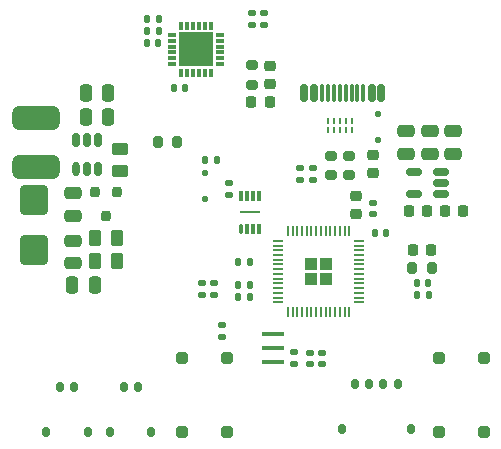
<source format=gbr>
%TF.GenerationSoftware,KiCad,Pcbnew,7.0.8-7.0.8~ubuntu22.04.1*%
%TF.CreationDate,2023-12-12T19:51:11+11:00*%
%TF.ProjectId,Boost-Converter,426f6f73-742d-4436-9f6e-766572746572,rev?*%
%TF.SameCoordinates,Original*%
%TF.FileFunction,Paste,Top*%
%TF.FilePolarity,Positive*%
%FSLAX46Y46*%
G04 Gerber Fmt 4.6, Leading zero omitted, Abs format (unit mm)*
G04 Created by KiCad (PCBNEW 7.0.8-7.0.8~ubuntu22.04.1) date 2023-12-12 19:51:11*
%MOMM*%
%LPD*%
G01*
G04 APERTURE LIST*
G04 Aperture macros list*
%AMRoundRect*
0 Rectangle with rounded corners*
0 $1 Rounding radius*
0 $2 $3 $4 $5 $6 $7 $8 $9 X,Y pos of 4 corners*
0 Add a 4 corners polygon primitive as box body*
4,1,4,$2,$3,$4,$5,$6,$7,$8,$9,$2,$3,0*
0 Add four circle primitives for the rounded corners*
1,1,$1+$1,$2,$3*
1,1,$1+$1,$4,$5*
1,1,$1+$1,$6,$7*
1,1,$1+$1,$8,$9*
0 Add four rect primitives between the rounded corners*
20,1,$1+$1,$2,$3,$4,$5,0*
20,1,$1+$1,$4,$5,$6,$7,0*
20,1,$1+$1,$6,$7,$8,$9,0*
20,1,$1+$1,$8,$9,$2,$3,0*%
G04 Aperture macros list end*
%ADD10RoundRect,0.225000X0.225000X0.250000X-0.225000X0.250000X-0.225000X-0.250000X0.225000X-0.250000X0*%
%ADD11RoundRect,0.250000X-0.262500X-0.450000X0.262500X-0.450000X0.262500X0.450000X-0.262500X0.450000X0*%
%ADD12RoundRect,0.135000X0.185000X-0.135000X0.185000X0.135000X-0.185000X0.135000X-0.185000X-0.135000X0*%
%ADD13RoundRect,0.500000X-1.500000X0.500000X-1.500000X-0.500000X1.500000X-0.500000X1.500000X0.500000X0*%
%ADD14RoundRect,0.075000X-0.300000X0.075000X-0.300000X-0.075000X0.300000X-0.075000X0.300000X0.075000X0*%
%ADD15RoundRect,0.075000X0.075000X0.300000X-0.075000X0.300000X-0.075000X-0.300000X0.075000X-0.300000X0*%
%ADD16R,2.850000X2.850000*%
%ADD17RoundRect,0.200000X-0.200000X0.250000X-0.200000X-0.250000X0.200000X-0.250000X0.200000X0.250000X0*%
%ADD18RoundRect,0.135000X-0.185000X0.135000X-0.185000X-0.135000X0.185000X-0.135000X0.185000X0.135000X0*%
%ADD19RoundRect,0.200000X0.275000X-0.200000X0.275000X0.200000X-0.275000X0.200000X-0.275000X-0.200000X0*%
%ADD20RoundRect,0.218750X-0.218750X-0.256250X0.218750X-0.256250X0.218750X0.256250X-0.218750X0.256250X0*%
%ADD21RoundRect,0.135000X0.135000X0.185000X-0.135000X0.185000X-0.135000X-0.185000X0.135000X-0.185000X0*%
%ADD22O,0.600000X1.200000*%
%ADD23RoundRect,0.150000X0.150000X0.450000X-0.150000X0.450000X-0.150000X-0.450000X0.150000X-0.450000X0*%
%ADD24RoundRect,0.125000X0.125000X-0.125000X0.125000X0.125000X-0.125000X0.125000X-0.125000X-0.125000X0*%
%ADD25RoundRect,0.250000X0.250000X-0.250000X0.250000X0.250000X-0.250000X0.250000X-0.250000X-0.250000X0*%
%ADD26RoundRect,0.140000X0.140000X0.170000X-0.140000X0.170000X-0.140000X-0.170000X0.140000X-0.170000X0*%
%ADD27RoundRect,0.140000X0.170000X-0.140000X0.170000X0.140000X-0.170000X0.140000X-0.170000X-0.140000X0*%
%ADD28RoundRect,0.200000X-0.200000X-0.275000X0.200000X-0.275000X0.200000X0.275000X-0.200000X0.275000X0*%
%ADD29RoundRect,0.150000X0.512500X0.150000X-0.512500X0.150000X-0.512500X-0.150000X0.512500X-0.150000X0*%
%ADD30RoundRect,0.250000X0.250000X0.475000X-0.250000X0.475000X-0.250000X-0.475000X0.250000X-0.475000X0*%
%ADD31RoundRect,0.250000X-0.292217X-0.292217X0.292217X-0.292217X0.292217X0.292217X-0.292217X0.292217X0*%
%ADD32RoundRect,0.050000X-0.387500X-0.050000X0.387500X-0.050000X0.387500X0.050000X-0.387500X0.050000X0*%
%ADD33RoundRect,0.050000X-0.050000X-0.387500X0.050000X-0.387500X0.050000X0.387500X-0.050000X0.387500X0*%
%ADD34O,0.300000X0.900000*%
%ADD35RoundRect,0.075000X0.075000X0.375000X-0.075000X0.375000X-0.075000X-0.375000X0.075000X-0.375000X0*%
%ADD36RoundRect,0.062500X0.762500X-0.062500X0.762500X0.062500X-0.762500X0.062500X-0.762500X-0.062500X0*%
%ADD37RoundRect,0.150000X-0.150000X-0.275000X0.150000X-0.275000X0.150000X0.275000X-0.150000X0.275000X0*%
%ADD38RoundRect,0.175000X-0.175000X-0.225000X0.175000X-0.225000X0.175000X0.225000X-0.175000X0.225000X0*%
%ADD39RoundRect,0.140000X-0.140000X-0.170000X0.140000X-0.170000X0.140000X0.170000X-0.140000X0.170000X0*%
%ADD40RoundRect,0.150000X0.150000X0.575000X-0.150000X0.575000X-0.150000X-0.575000X0.150000X-0.575000X0*%
%ADD41RoundRect,0.075000X0.075000X0.650000X-0.075000X0.650000X-0.075000X-0.650000X0.075000X-0.650000X0*%
%ADD42RoundRect,0.250000X-0.450000X0.262500X-0.450000X-0.262500X0.450000X-0.262500X0.450000X0.262500X0*%
%ADD43RoundRect,0.225000X0.250000X-0.225000X0.250000X0.225000X-0.250000X0.225000X-0.250000X-0.225000X0*%
%ADD44RoundRect,0.050000X-0.050000X-0.187500X0.050000X-0.187500X0.050000X0.187500X-0.050000X0.187500X0*%
%ADD45RoundRect,0.250000X-0.475000X0.250000X-0.475000X-0.250000X0.475000X-0.250000X0.475000X0.250000X0*%
%ADD46RoundRect,0.140000X-0.170000X0.140000X-0.170000X-0.140000X0.170000X-0.140000X0.170000X0.140000X0*%
%ADD47RoundRect,0.225000X-0.225000X-0.250000X0.225000X-0.250000X0.225000X0.250000X-0.225000X0.250000X0*%
%ADD48RoundRect,0.125000X-0.125000X0.125000X-0.125000X-0.125000X0.125000X-0.125000X0.125000X0.125000X0*%
%ADD49O,1.900000X0.400000*%
%ADD50RoundRect,0.100000X-0.850000X0.100000X-0.850000X-0.100000X0.850000X-0.100000X0.850000X0.100000X0*%
%ADD51RoundRect,0.200000X-0.275000X0.200000X-0.275000X-0.200000X0.275000X-0.200000X0.275000X0.200000X0*%
%ADD52RoundRect,0.250000X0.900000X-1.000000X0.900000X1.000000X-0.900000X1.000000X-0.900000X-1.000000X0*%
%ADD53RoundRect,0.250000X0.475000X-0.250000X0.475000X0.250000X-0.475000X0.250000X-0.475000X-0.250000X0*%
G04 APERTURE END LIST*
D10*
%TO.C,C4*%
X162306000Y-81788000D03*
X160756000Y-81788000D03*
%TD*%
D11*
%TO.C,R1*%
X134215500Y-85979000D03*
X136040500Y-85979000D03*
%TD*%
D12*
%TO.C,R11*%
X148463000Y-66042000D03*
X148463000Y-65022000D03*
%TD*%
D13*
%TO.C,L1*%
X129159000Y-73896000D03*
X129159000Y-77996000D03*
%TD*%
D14*
%TO.C,U4*%
X144748000Y-69322000D03*
X144748000Y-68822000D03*
X144748000Y-68322000D03*
X144748000Y-67822000D03*
X144748000Y-67322000D03*
X144748000Y-66822000D03*
D15*
X143998000Y-66072000D03*
X143498000Y-66072000D03*
X142998000Y-66072000D03*
X142498000Y-66072000D03*
X141998000Y-66072000D03*
X141498000Y-66072000D03*
D14*
X140748000Y-66822000D03*
X140748000Y-67322000D03*
X140748000Y-67822000D03*
X140748000Y-68322000D03*
X140748000Y-68822000D03*
X140748000Y-69322000D03*
D15*
X141498000Y-70072000D03*
X141998000Y-70072000D03*
X142498000Y-70072000D03*
X142998000Y-70072000D03*
X143498000Y-70072000D03*
X143998000Y-70072000D03*
D16*
X142748000Y-68072000D03*
%TD*%
D17*
%TO.C,Q1*%
X136078000Y-80103000D03*
X134178000Y-80103000D03*
X135128000Y-82203000D03*
%TD*%
D18*
%TO.C,R9*%
X144234800Y-87882000D03*
X144234800Y-88902000D03*
%TD*%
D19*
%TO.C,R14*%
X154178000Y-78737000D03*
X154178000Y-77087000D03*
%TD*%
D20*
%TO.C,D2*%
X161100300Y-85024000D03*
X162675300Y-85024000D03*
%TD*%
D21*
%TO.C,R10*%
X147320000Y-89027000D03*
X146300000Y-89027000D03*
%TD*%
D22*
%TO.C,PS1*%
X132577800Y-78232000D03*
D23*
X133527800Y-78232000D03*
X134477800Y-78232000D03*
X134477800Y-75732000D03*
X133527800Y-75732000D03*
X132577800Y-75732000D03*
%TD*%
D24*
%TO.C,D3*%
X158115000Y-75776000D03*
X158115000Y-73576000D03*
%TD*%
D25*
%TO.C,SW3*%
X163289800Y-100493000D03*
X163289800Y-94193000D03*
X167089800Y-100493000D03*
X167089800Y-94193000D03*
%TD*%
D26*
%TO.C,TH1*%
X139573000Y-66548000D03*
X138613000Y-66548000D03*
%TD*%
D27*
%TO.C,C18*%
X151511000Y-79093000D03*
X151511000Y-78133000D03*
%TD*%
D28*
%TO.C,R16*%
X139510000Y-75946000D03*
X141160000Y-75946000D03*
%TD*%
%TO.C,R13*%
X161062800Y-86547999D03*
X162712800Y-86547999D03*
%TD*%
D29*
%TO.C,U3*%
X163443500Y-80325000D03*
X163443500Y-79375000D03*
X163443500Y-78425000D03*
X161168500Y-78425000D03*
X161168500Y-80325000D03*
%TD*%
D30*
%TO.C,C1*%
X135316000Y-73787000D03*
X133416000Y-73787000D03*
%TD*%
D31*
%TO.C,U5*%
X152478800Y-86237500D03*
X152478800Y-87512500D03*
X153753800Y-86237500D03*
X153753800Y-87512500D03*
D32*
X149678800Y-84275000D03*
X149678800Y-84675000D03*
X149678800Y-85075000D03*
X149678800Y-85475000D03*
X149678800Y-85875000D03*
X149678800Y-86275000D03*
X149678800Y-86675000D03*
X149678800Y-87075000D03*
X149678800Y-87475000D03*
X149678800Y-87875000D03*
X149678800Y-88275000D03*
X149678800Y-88675000D03*
X149678800Y-89075000D03*
X149678800Y-89475000D03*
D33*
X150516300Y-90312500D03*
X150916300Y-90312500D03*
X151316300Y-90312500D03*
X151716300Y-90312500D03*
X152116300Y-90312500D03*
X152516300Y-90312500D03*
X152916300Y-90312500D03*
X153316300Y-90312500D03*
X153716300Y-90312500D03*
X154116300Y-90312500D03*
X154516300Y-90312500D03*
X154916300Y-90312500D03*
X155316300Y-90312500D03*
X155716300Y-90312500D03*
D32*
X156553800Y-89475000D03*
X156553800Y-89075000D03*
X156553800Y-88675000D03*
X156553800Y-88275000D03*
X156553800Y-87875000D03*
X156553800Y-87475000D03*
X156553800Y-87075000D03*
X156553800Y-86675000D03*
X156553800Y-86275000D03*
X156553800Y-85875000D03*
X156553800Y-85475000D03*
X156553800Y-85075000D03*
X156553800Y-84675000D03*
X156553800Y-84275000D03*
D33*
X155716300Y-83437500D03*
X155316300Y-83437500D03*
X154916300Y-83437500D03*
X154516300Y-83437500D03*
X154116300Y-83437500D03*
X153716300Y-83437500D03*
X153316300Y-83437500D03*
X152916300Y-83437500D03*
X152516300Y-83437500D03*
X152116300Y-83437500D03*
X151716300Y-83437500D03*
X151316300Y-83437500D03*
X150916300Y-83437500D03*
X150516300Y-83437500D03*
%TD*%
D27*
%TO.C,C16*%
X145542000Y-80363000D03*
X145542000Y-79403000D03*
%TD*%
D30*
%TO.C,C6*%
X134173000Y-88011000D03*
X132273000Y-88011000D03*
%TD*%
D34*
%TO.C,U2*%
X146568300Y-83249000D03*
D35*
X147068300Y-83249000D03*
X147568300Y-83249000D03*
X148068300Y-83249000D03*
X148068300Y-80449000D03*
X147568300Y-80449000D03*
X147068300Y-80449000D03*
X146568300Y-80449000D03*
D36*
X147318300Y-81849000D03*
%TD*%
D37*
%TO.C,J2*%
X156212000Y-96391000D03*
X157412000Y-96391000D03*
X158612000Y-96391000D03*
X159812000Y-96391000D03*
D38*
X155062000Y-100166000D03*
X160962000Y-100166000D03*
%TD*%
D10*
%TO.C,C25*%
X148984000Y-72517000D03*
X147434000Y-72517000D03*
%TD*%
D39*
%TO.C,C14*%
X157889000Y-83627000D03*
X158849000Y-83627000D03*
%TD*%
D37*
%TO.C,J7*%
X131226000Y-96682000D03*
X132426000Y-96682000D03*
D38*
X130076000Y-100457000D03*
X133576000Y-100457000D03*
%TD*%
D40*
%TO.C,J6*%
X158410000Y-71742000D03*
X157610000Y-71742000D03*
D41*
X156410000Y-71742000D03*
X155410000Y-71742000D03*
X154910000Y-71742000D03*
X153910000Y-71742000D03*
D40*
X152710000Y-71742000D03*
X151910000Y-71742000D03*
X151910000Y-71742000D03*
X152710000Y-71742000D03*
D41*
X153410000Y-71742000D03*
X154410000Y-71742000D03*
X155910000Y-71742000D03*
X156910000Y-71742000D03*
D40*
X157610000Y-71742000D03*
X158410000Y-71742000D03*
%TD*%
D42*
%TO.C,R2*%
X136271000Y-76501300D03*
X136271000Y-78326300D03*
%TD*%
D43*
%TO.C,C17*%
X157696800Y-78560000D03*
X157696800Y-77010000D03*
%TD*%
D27*
%TO.C,C15*%
X157734000Y-82014000D03*
X157734000Y-81054000D03*
%TD*%
D21*
%TO.C,R4*%
X162435000Y-88900000D03*
X161415000Y-88900000D03*
%TD*%
D43*
%TO.C,C7*%
X156299800Y-81989000D03*
X156299800Y-80439000D03*
%TD*%
D44*
%TO.C,D6*%
X153940000Y-74930000D03*
X154440000Y-74930000D03*
X154940000Y-74930000D03*
X155440000Y-74930000D03*
X155940000Y-74930000D03*
X155940000Y-74154000D03*
X155440000Y-74154000D03*
X154940000Y-74154000D03*
X154440000Y-74154000D03*
X153940000Y-74154000D03*
%TD*%
D39*
%TO.C,C8*%
X138613000Y-65532000D03*
X139573000Y-65532000D03*
%TD*%
D11*
%TO.C,R7*%
X134215500Y-84074000D03*
X136040500Y-84074000D03*
%TD*%
D26*
%TO.C,C11*%
X147292000Y-88011000D03*
X146332000Y-88011000D03*
%TD*%
D45*
%TO.C,C21*%
X164465000Y-74996000D03*
X164465000Y-76896000D03*
%TD*%
%TO.C,FBr1*%
X162547000Y-74996000D03*
X162547000Y-76896000D03*
%TD*%
D43*
%TO.C,C26*%
X148971000Y-71006000D03*
X148971000Y-69456000D03*
%TD*%
D27*
%TO.C,C9*%
X152654000Y-79093000D03*
X152654000Y-78133000D03*
%TD*%
D46*
%TO.C,C13*%
X152400000Y-93754000D03*
X152400000Y-94714000D03*
%TD*%
D47*
%TO.C,C5*%
X163817000Y-81788000D03*
X165367000Y-81788000D03*
%TD*%
D39*
%TO.C,C23*%
X140871000Y-71374000D03*
X141831000Y-71374000D03*
%TD*%
D25*
%TO.C,J1*%
X141577800Y-100493000D03*
X141577800Y-94193000D03*
X145377800Y-100493000D03*
X145377800Y-94193000D03*
%TD*%
D26*
%TO.C,C12*%
X147292000Y-86106000D03*
X146332000Y-86106000D03*
%TD*%
D37*
%TO.C,J4*%
X136614800Y-96677000D03*
X137814800Y-96677000D03*
D38*
X135464800Y-100452000D03*
X138964800Y-100452000D03*
%TD*%
D12*
%TO.C,R5*%
X151003000Y-94744000D03*
X151003000Y-93724000D03*
%TD*%
D48*
%TO.C,D4*%
X143510000Y-78572001D03*
X143510000Y-80772001D03*
%TD*%
D30*
%TO.C,C20*%
X135316000Y-71755000D03*
X133416000Y-71755000D03*
%TD*%
D46*
%TO.C,C19*%
X153416000Y-93754000D03*
X153416000Y-94714000D03*
%TD*%
D49*
%TO.C,Y2*%
X149225000Y-92163500D03*
D50*
X149225000Y-93363500D03*
X149225000Y-94563500D03*
%TD*%
D39*
%TO.C,C10*%
X161445000Y-87884000D03*
X162405000Y-87884000D03*
%TD*%
D45*
%TO.C,C22*%
X132334000Y-84267000D03*
X132334000Y-86167000D03*
%TD*%
D19*
%TO.C,R15*%
X155702000Y-78738000D03*
X155702000Y-77088000D03*
%TD*%
D21*
%TO.C,R6*%
X144528000Y-77470000D03*
X143508000Y-77470000D03*
%TD*%
D51*
%TO.C,R19*%
X147447000Y-69406000D03*
X147447000Y-71056000D03*
%TD*%
D18*
%TO.C,R3*%
X144907000Y-91438000D03*
X144907000Y-92458000D03*
%TD*%
D45*
%TO.C,C2*%
X132334000Y-80264000D03*
X132334000Y-82164000D03*
%TD*%
D52*
%TO.C,D5*%
X129032000Y-85081000D03*
X129032000Y-80781000D03*
%TD*%
D39*
%TO.C,C24*%
X138585000Y-67564000D03*
X139545000Y-67564000D03*
%TD*%
D12*
%TO.C,R12*%
X147447000Y-66042000D03*
X147447000Y-65022000D03*
%TD*%
D18*
%TO.C,R8*%
X143256000Y-87882000D03*
X143256000Y-88902000D03*
%TD*%
D53*
%TO.C,C3*%
X160528000Y-76896000D03*
X160528000Y-74996000D03*
%TD*%
M02*

</source>
